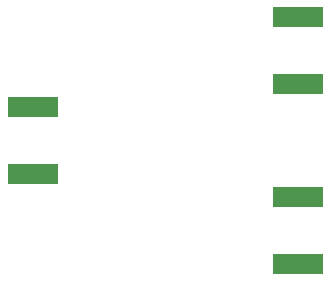
<source format=gbr>
%TF.GenerationSoftware,KiCad,Pcbnew,(5.1.9)-1*%
%TF.CreationDate,2021-03-17T18:50:59-04:00*%
%TF.ProjectId,PowerSplitter,506f7765-7253-4706-9c69-747465722e6b,rev?*%
%TF.SameCoordinates,Original*%
%TF.FileFunction,Soldermask,Bot*%
%TF.FilePolarity,Negative*%
%FSLAX46Y46*%
G04 Gerber Fmt 4.6, Leading zero omitted, Abs format (unit mm)*
G04 Created by KiCad (PCBNEW (5.1.9)-1) date 2021-03-17 18:50:59*
%MOMM*%
%LPD*%
G01*
G04 APERTURE LIST*
%ADD10R,4.200000X1.750000*%
G04 APERTURE END LIST*
D10*
%TO.C,J3*%
X134420000Y-78455000D03*
X134420000Y-84105000D03*
%TD*%
%TO.C,J2*%
X134420000Y-63215000D03*
X134420000Y-68865000D03*
%TD*%
%TO.C,J1*%
X111960000Y-76485000D03*
X111960000Y-70835000D03*
%TD*%
M02*

</source>
